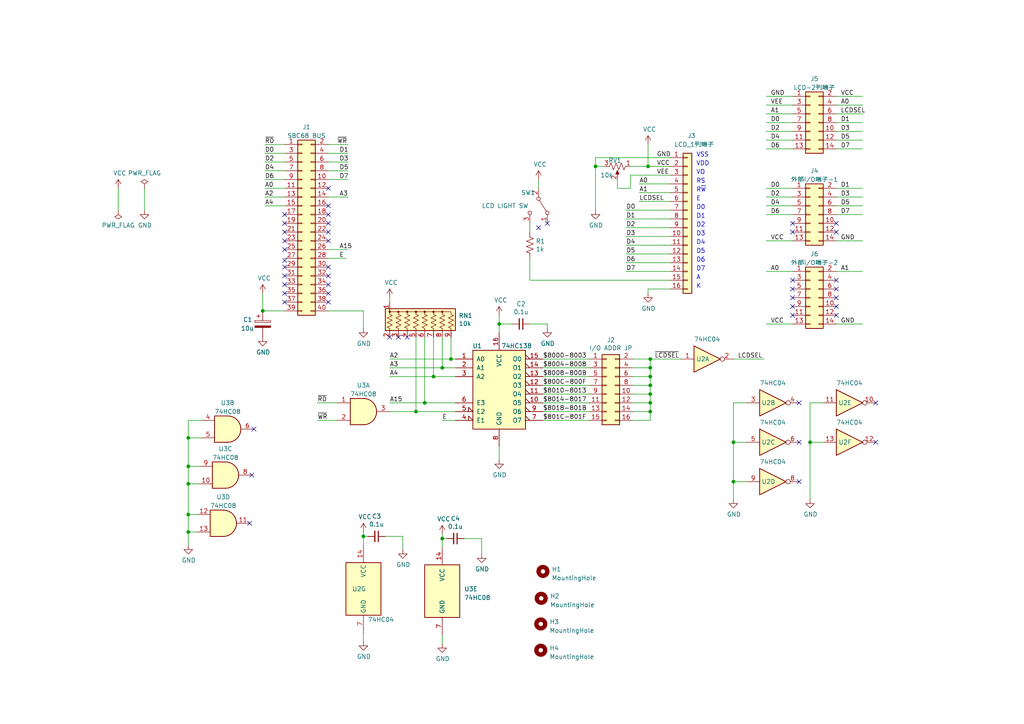
<source format=kicad_sch>
(kicad_sch (version 20230121) (generator eeschema)
  (paper "A4")
  (title_block (title "K68 LCD SC1602 BOARD") (date "2023-03-24") (rev "2") (company "KUNI-NET"))
  (lib_symbols
    (symbol "74xx:74HC04"
      (property "Reference" "U" (at 0 1.27 0))
      (property "Value" "74HC04" (at 0 -1.27 0))
      (symbol "74HC04_1_0"
        (pin input line (at -7.62 0 0) (length 3.81) (name "~") (number "1"))
        (pin output inverted (at 7.62 0 180) (length 3.81) (name "~") (number "2"))
      )
      (symbol "74HC04_2_0"
        (pin input line (at -7.62 0 0) (length 3.81) (name "~") (number "3"))
        (pin output inverted (at 7.62 0 180) (length 3.81) (name "~") (number "4"))
      )
      (symbol "74HC04_3_0"
        (pin input line (at -7.62 0 0) (length 3.81) (name "~") (number "5"))
        (pin output inverted (at 7.62 0 180) (length 3.81) (name "~") (number "6"))
      )
      (symbol "74HC04_4_0"
        (pin output inverted (at 7.62 0 180) (length 3.81) (name "~") (number "8"))
        (pin input line (at -7.62 0 0) (length 3.81) (name "~") (number "9"))
      )
      (symbol "74HC04_5_0"
        (pin output inverted (at 7.62 0 180) (length 3.81) (name "~") (number "10"))
        (pin input line (at -7.62 0 0) (length 3.81) (name "~") (number "11"))
      )
      (symbol "74HC04_6_0"
        (pin output inverted (at 7.62 0 180) (length 3.81) (name "~") (number "12"))
        (pin input line (at -7.62 0 0) (length 3.81) (name "~") (number "13"))
      )
      (symbol "74HC04_7_0"
        (pin power_in line (at 0 12.7 270) (length 5.08) (name "VCC") (number "14"))
        (pin power_in line (at 0 -12.7 90) (length 5.08) (name "GND") (number "7"))
      )
    )
    (symbol "74xx:74LS08" (pin_names (offset 1.016))
      (property "Reference" "U" (at 0 1.27 0))
      (property "Value" "74LS08" (at 0 -1.27 0))
      (symbol "74LS08_1_1"
        (pin input line (at -7.62 2.54 0) (length 3.81) (name "~") (number "1"))
        (pin input line (at -7.62 -2.54 0) (length 3.81) (name "~") (number "2"))
        (pin output line (at 7.62 0 180) (length 3.81) (name "~") (number "3"))
      )
      (symbol "74LS08_1_2"
        (pin input inverted (at -7.62 2.54 0) (length 4.318) (name "~") (number "1"))
        (pin input inverted (at -7.62 -2.54 0) (length 4.318) (name "~") (number "2"))
        (pin output inverted (at 7.62 0 180) (length 3.81) (name "~") (number "3"))
      )
      (symbol "74LS08_2_1"
        (pin input line (at -7.62 2.54 0) (length 3.81) (name "~") (number "4"))
        (pin input line (at -7.62 -2.54 0) (length 3.81) (name "~") (number "5"))
        (pin output line (at 7.62 0 180) (length 3.81) (name "~") (number "6"))
      )
      (symbol "74LS08_2_2"
        (pin input inverted (at -7.62 2.54 0) (length 4.318) (name "~") (number "4"))
        (pin input inverted (at -7.62 -2.54 0) (length 4.318) (name "~") (number "5"))
        (pin output inverted (at 7.62 0 180) (length 3.81) (name "~") (number "6"))
      )
      (symbol "74LS08_3_1"
        (pin input line (at -7.62 -2.54 0) (length 3.81) (name "~") (number "10"))
        (pin output line (at 7.62 0 180) (length 3.81) (name "~") (number "8"))
        (pin input line (at -7.62 2.54 0) (length 3.81) (name "~") (number "9"))
      )
      (symbol "74LS08_3_2"
        (pin input inverted (at -7.62 -2.54 0) (length 4.318) (name "~") (number "10"))
        (pin output inverted (at 7.62 0 180) (length 3.81) (name "~") (number "8"))
        (pin input inverted (at -7.62 2.54 0) (length 4.318) (name "~") (number "9"))
      )
      (symbol "74LS08_4_1"
        (pin output line (at 7.62 0 180) (length 3.81) (name "~") (number "11"))
        (pin input line (at -7.62 2.54 0) (length 3.81) (name "~") (number "12"))
        (pin input line (at -7.62 -2.54 0) (length 3.81) (name "~") (number "13"))
      )
      (symbol "74LS08_4_2"
        (pin output inverted (at 7.62 0 180) (length 3.81) (name "~") (number "11"))
        (pin input inverted (at -7.62 2.54 0) (length 4.318) (name "~") (number "12"))
        (pin input inverted (at -7.62 -2.54 0) (length 4.318) (name "~") (number "13"))
      )
      (symbol "74LS08_5_0"
        (pin power_in line (at 0 12.7 270) (length 5.08) (name "VCC") (number "14"))
        (pin power_in line (at 0 -12.7 90) (length 5.08) (name "GND") (number "7"))
      )
    )
    (symbol "74xx:74LS138" (pin_names (offset 1.016))
      (property "Reference" "U" (at -7.62 11.43 0))
      (property "Value" "74LS138" (at -7.62 -13.97 0))
      (symbol "74LS138_1_0"
        (pin input line (at -12.7 7.62 0) (length 5.08) (name "A0") (number "1"))
        (pin output output_low (at 12.7 -5.08 180) (length 5.08) (name "O5") (number "10"))
        (pin output output_low (at 12.7 -2.54 180) (length 5.08) (name "O4") (number "11"))
        (pin output output_low (at 12.7 0 180) (length 5.08) (name "O3") (number "12"))
        (pin output output_low (at 12.7 2.54 180) (length 5.08) (name "O2") (number "13"))
        (pin output output_low (at 12.7 5.08 180) (length 5.08) (name "O1") (number "14"))
        (pin output output_low (at 12.7 7.62 180) (length 5.08) (name "O0") (number "15"))
        (pin power_in line (at 0 15.24 270) (length 5.08) (name "VCC") (number "16"))
        (pin input line (at -12.7 5.08 0) (length 5.08) (name "A1") (number "2"))
        (pin input line (at -12.7 2.54 0) (length 5.08) (name "A2") (number "3"))
        (pin input input_low (at -12.7 -10.16 0) (length 5.08) (name "E1") (number "4"))
        (pin input input_low (at -12.7 -7.62 0) (length 5.08) (name "E2") (number "5"))
        (pin input line (at -12.7 -5.08 0) (length 5.08) (name "E3") (number "6"))
        (pin output output_low (at 12.7 -10.16 180) (length 5.08) (name "O7") (number "7"))
        (pin power_in line (at 0 -17.78 90) (length 5.08) (name "GND") (number "8"))
        (pin output output_low (at 12.7 -7.62 180) (length 5.08) (name "O6") (number "9"))
      )
    )
    (symbol "Connector_Generic:Conn_01x16" (pin_names (offset 1.016) hide)
      (property "Reference" "J" (at 0 20.32 0))
      (property "Value" "Conn_01x16" (at 0 -22.86 0))
      (symbol "Conn_01x16_1_1"
        (pin passive line (at -5.08 17.78 0) (length 3.81) (name "Pin_1") (number "1"))
        (pin passive line (at -5.08 -5.08 0) (length 3.81) (name "Pin_10") (number "10"))
        (pin passive line (at -5.08 -7.62 0) (length 3.81) (name "Pin_11") (number "11"))
        (pin passive line (at -5.08 -10.16 0) (length 3.81) (name "Pin_12") (number "12"))
        (pin passive line (at -5.08 -12.7 0) (length 3.81) (name "Pin_13") (number "13"))
        (pin passive line (at -5.08 -15.24 0) (length 3.81) (name "Pin_14") (number "14"))
        (pin passive line (at -5.08 -17.78 0) (length 3.81) (name "Pin_15") (number "15"))
        (pin passive line (at -5.08 -20.32 0) (length 3.81) (name "Pin_16") (number "16"))
        (pin passive line (at -5.08 15.24 0) (length 3.81) (name "Pin_2") (number "2"))
        (pin passive line (at -5.08 12.7 0) (length 3.81) (name "Pin_3") (number "3"))
        (pin passive line (at -5.08 10.16 0) (length 3.81) (name "Pin_4") (number "4"))
        (pin passive line (at -5.08 7.62 0) (length 3.81) (name "Pin_5") (number "5"))
        (pin passive line (at -5.08 5.08 0) (length 3.81) (name "Pin_6") (number "6"))
        (pin passive line (at -5.08 2.54 0) (length 3.81) (name "Pin_7") (number "7"))
        (pin passive line (at -5.08 0 0) (length 3.81) (name "Pin_8") (number "8"))
        (pin passive line (at -5.08 -2.54 0) (length 3.81) (name "Pin_9") (number "9"))
      )
    )
    (symbol "Connector_Generic:Conn_02x07_Odd_Even" (pin_names (offset 1.016) hide)
      (property "Reference" "J" (at 1.27 10.16 0))
      (property "Value" "Conn_02x07_Odd_Even" (at 1.27 -10.16 0))
      (symbol "Conn_02x07_Odd_Even_1_1"
        (pin passive line (at -5.08 7.62 0) (length 3.81) (name "Pin_1") (number "1"))
        (pin passive line (at 7.62 -2.54 180) (length 3.81) (name "Pin_10") (number "10"))
        (pin passive line (at -5.08 -5.08 0) (length 3.81) (name "Pin_11") (number "11"))
        (pin passive line (at 7.62 -5.08 180) (length 3.81) (name "Pin_12") (number "12"))
        (pin passive line (at -5.08 -7.62 0) (length 3.81) (name "Pin_13") (number "13"))
        (pin passive line (at 7.62 -7.62 180) (length 3.81) (name "Pin_14") (number "14"))
        (pin passive line (at 7.62 7.62 180) (length 3.81) (name "Pin_2") (number "2"))
        (pin passive line (at -5.08 5.08 0) (length 3.81) (name "Pin_3") (number "3"))
        (pin passive line (at 7.62 5.08 180) (length 3.81) (name "Pin_4") (number "4"))
        (pin passive line (at -5.08 2.54 0) (length 3.81) (name "Pin_5") (number "5"))
        (pin passive line (at 7.62 2.54 180) (length 3.81) (name "Pin_6") (number "6"))
        (pin passive line (at -5.08 0 0) (length 3.81) (name "Pin_7") (number "7"))
        (pin passive line (at 7.62 0 180) (length 3.81) (name "Pin_8") (number "8"))
        (pin passive line (at -5.08 -2.54 0) (length 3.81) (name "Pin_9") (number "9"))
      )
    )
    (symbol "Connector_Generic:Conn_02x08_Odd_Even" (pin_names (offset 1.016) hide)
      (property "Reference" "J" (at 1.27 10.16 0))
      (property "Value" "Conn_02x08_Odd_Even" (at 1.27 -12.7 0))
      (symbol "Conn_02x08_Odd_Even_1_1"
        (pin passive line (at -5.08 7.62 0) (length 3.81) (name "Pin_1") (number "1"))
        (pin passive line (at 7.62 -2.54 180) (length 3.81) (name "Pin_10") (number "10"))
        (pin passive line (at -5.08 -5.08 0) (length 3.81) (name "Pin_11") (number "11"))
        (pin passive line (at 7.62 -5.08 180) (length 3.81) (name "Pin_12") (number "12"))
        (pin passive line (at -5.08 -7.62 0) (length 3.81) (name "Pin_13") (number "13"))
        (pin passive line (at 7.62 -7.62 180) (length 3.81) (name "Pin_14") (number "14"))
        (pin passive line (at -5.08 -10.16 0) (length 3.81) (name "Pin_15") (number "15"))
        (pin passive line (at 7.62 -10.16 180) (length 3.81) (name "Pin_16") (number "16"))
        (pin passive line (at 7.62 7.62 180) (length 3.81) (name "Pin_2") (number "2"))
        (pin passive line (at -5.08 5.08 0) (length 3.81) (name "Pin_3") (number "3"))
        (pin passive line (at 7.62 5.08 180) (length 3.81) (name "Pin_4") (number "4"))
        (pin passive line (at -5.08 2.54 0) (length 3.81) (name "Pin_5") (number "5"))
        (pin passive line (at 7.62 2.54 180) (length 3.81) (name "Pin_6") (number "6"))
        (pin passive line (at -5.08 0 0) (length 3.81) (name "Pin_7") (number "7"))
        (pin passive line (at 7.62 0 180) (length 3.81) (name "Pin_8") (number "8"))
        (pin passive line (at -5.08 -2.54 0) (length 3.81) (name "Pin_9") (number "9"))
      )
    )
    (symbol "Connector_Generic:Conn_02x20_Odd_Even" (pin_names (offset 1.016) hide)
      (property "Reference" "J" (at 1.27 25.4 0))
      (property "Value" "Conn_02x20_Odd_Even" (at 1.27 -27.94 0))
      (symbol "Conn_02x20_Odd_Even_1_1"
        (pin passive line (at -5.08 22.86 0) (length 3.81) (name "Pin_1") (number "1"))
        (pin passive line (at 7.62 12.7 180) (length 3.81) (name "Pin_10") (number "10"))
        (pin passive line (at -5.08 10.16 0) (length 3.81) (name "Pin_11") (number "11"))
        (pin passive line (at 7.62 10.16 180) (length 3.81) (name "Pin_12") (number "12"))
        (pin passive line (at -5.08 7.62 0) (length 3.81) (name "Pin_13") (number "13"))
        (pin passive line (at 7.62 7.62 180) (length 3.81) (name "Pin_14") (number "14"))
        (pin passive line (at -5.08 5.08 0) (length 3.81) (name "Pin_15") (number "15"))
        (pin passive line (at 7.62 5.08 180) (length 3.81) (name "Pin_16") (number "16"))
        (pin passive line (at -5.08 2.54 0) (length 3.81) (name "Pin_17") (number "17"))
        (pin passive line (at 7.62 2.54 180) (length 3.81) (name "Pin_18") (number "18"))
        (pin passive line (at -5.08 0 0) (length 3.81) (name "Pin_19") (number "19"))
        (pin passive line (at 7.62 22.86 180) (length 3.81) (name "Pin_2") (number "2"))
        (pin passive line (at 7.62 0 180) (length 3.81) (name "Pin_20") (number "20"))
        (pin passive line (at -5.08 -2.54 0) (length 3.81) (name "Pin_21") (number "21"))
        (pin passive line (at 7.62 -2.54 180) (length 3.81) (name "Pin_22") (number "22"))
        (pin passive line (at -5.08 -5.08 0) (length 3.81) (name "Pin_23") (number "23"))
        (pin passive line (at 7.62 -5.08 180) (length 3.81) (name "Pin_24") (number "24"))
        (pin passive line (at -5.08 -7.62 0) (length 3.81) (name "Pin_25") (number "25"))
        (pin passive line (at 7.62 -7.62 180) (length 3.81) (name "Pin_26") (number "26"))
        (pin passive line (at -5.08 -10.16 0) (length 3.81) (name "Pin_27") (number "27"))
        (pin passive line (at 7.62 -10.16 180) (length 3.81) (name "Pin_28") (number "28"))
        (pin passive line (at -5.08 -12.7 0) (length 3.81) (name "Pin_29") (number "29"))
        (pin passive line (at -5.08 20.32 0) (length 3.81) (name "Pin_3") (number "3"))
        (pin passive line (at 7.62 -12.7 180) (length 3.81) (name "Pin_30") (number "30"))
        (pin passive line (at -5.08 -15.24 0) (length 3.81) (name "Pin_31") (number "31"))
        (pin passive line (at 7.62 -15.24 180) (length 3.81) (name "Pin_32") (number "32"))
        (pin passive line (at -5.08 -17.78 0) (length 3.81) (name "Pin_33") (number "33"))
        (pin passive line (at 7.62 -17.78 180) (length 3.81) (name "Pin_34") (number "34"))
        (pin passive line (at -5.08 -20.32 0) (length 3.81) (name "Pin_35") (number "35"))
        (pin passive line (at 7.62 -20.32 180) (length 3.81) (name "Pin_36") (number "36"))
        (pin passive line (at -5.08 -22.86 0) (length 3.81) (name "Pin_37") (number "37"))
        (pin passive line (at 7.62 -22.86 180) (length 3.81) (name "Pin_38") (number "38"))
        (pin passive line (at -5.08 -25.4 0) (length 3.81) (name "Pin_39") (number "39"))
        (pin passive line (at 7.62 20.32 180) (length 3.81) (name "Pin_4") (number "4"))
        (pin passive line (at 7.62 -25.4 180) (length 3.81) (name "Pin_40") (number "40"))
        (pin passive line (at -5.08 17.78 0) (length 3.81) (name "Pin_5") (number "5"))
        (pin passive line (at 7.62 17.78 180) (length 3.81) (name "Pin_6") (number "6"))
        (pin passive line (at -5.08 15.24 0) (length 3.81) (name "Pin_7") (number "7"))
        (pin passive line (at 7.62 15.24 180) (length 3.81) (name "Pin_8") (number "8"))
        (pin passive line (at -5.08 12.7 0) (length 3.81) (name "Pin_9") (number "9"))
      )
    )
    (symbol "Device:C_Small" (pin_numbers hide) (pin_names (offset 0.254) hide)
      (property "Reference" "C" (at 0.254 1.778 0))
      (property "Value" "C_Small" (at 0.254 -2.032 0))
      (symbol "C_Small_1_1"
        (pin passive line (at 0 2.54 270) (length 2.032) (name "~") (number "1"))
        (pin passive line (at 0 -2.54 90) (length 2.032) (name "~") (number "2"))
      )
    )
    (symbol "Device:R_Network08_US" (pin_names (offset 0) hide)
      (property "Reference" "RN" (at -12.7 0 90))
      (property "Value" "R_Network08_US" (at 10.16 0 90))
      (symbol "R_Network08_US_1_1"
        (pin passive line (at -10.16 5.08 270) (length 2.54) (name "common") (number "1"))
        (pin passive line (at -10.16 -5.08 90) (length 1.27) (name "R1") (number "2"))
        (pin passive line (at -7.62 -5.08 90) (length 1.27) (name "R2") (number "3"))
        (pin passive line (at -5.08 -5.08 90) (length 1.27) (name "R3") (number "4"))
        (pin passive line (at -2.54 -5.08 90) (length 1.27) (name "R4") (number "5"))
        (pin passive line (at 0 -5.08 90) (length 1.27) (name "R5") (number "6"))
        (pin passive line (at 2.54 -5.08 90) (length 1.27) (name "R6") (number "7"))
        (pin passive line (at 5.08 -5.08 90) (length 1.27) (name "R7") (number "8"))
        (pin passive line (at 7.62 -5.08 90) (length 1.27) (name "R8") (number "9"))
      )
    )
    (symbol "Device:R_US" (pin_numbers hide) (pin_names (offset 0))
      (property "Reference" "R" (at 2.54 0 90))
      (property "Value" "R_US" (at -2.54 0 90))
      (symbol "R_US_1_1"
        (pin passive line (at 0 3.81 270) (length 1.27) (name "~") (number "1"))
        (pin passive line (at 0 -3.81 90) (length 1.27) (name "~") (number "2"))
      )
    )
    (symbol "Mechanical:MountingHole" (pin_names (offset 1.016))
      (property "Reference" "H" (at 0 5.08 0))
      (property "Value" "MountingHole" (at 0 3.175 0))
    )
    (symbol "PC8001-SC1602-rescue:CP-Device" (pin_numbers hide) (pin_names (offset 0.254))
      (property "Reference" "C" (at 0.635 2.54 0))
      (property "Value" "Device_CP" (at 0.635 -2.54 0))
      (symbol "CP-Device_1_1"
        (pin passive line (at 0 3.81 270) (length 2.794) (name "~") (number "1"))
        (pin passive line (at 0 -3.81 90) (length 2.794) (name "~") (number "2"))
      )
    )
    (symbol "PC8001-SC1602-rescue:R_POT_US-Device" (pin_names (offset 1.016) hide)
      (property "Reference" "RV" (at -4.445 0 90))
      (property "Value" "Device_R_POT_US" (at -2.54 0 90))
      (symbol "R_POT_US-Device_1_1"
        (pin passive line (at 0 3.81 270) (length 1.27) (name "1") (number "1"))
        (pin passive line (at 3.81 0 180) (length 1.27) (name "2") (number "2"))
        (pin passive line (at 0 -3.81 90) (length 1.27) (name "3") (number "3"))
      )
    )
    (symbol "Switch:SW_SPDT" (pin_names (offset 0) hide)
      (property "Reference" "SW" (at 0 4.318 0))
      (property "Value" "SW_SPDT" (at 0 -5.08 0))
      (symbol "SW_SPDT_1_1"
        (pin passive line (at 5.08 2.54 180) (length 2.54) (name "A") (number "1"))
        (pin passive line (at -5.08 0 0) (length 2.54) (name "B") (number "2"))
        (pin passive line (at 5.08 -2.54 180) (length 2.54) (name "C") (number "3"))
      )
    )
    (symbol "power:GND" (power) (pin_names (offset 0))
      (property "Value" "GND" (at 0 -3.81 0))
      (symbol "GND_1_1"
        (pin power_in line (at 0 0 270) (length 0) hide (name "GND") (number "1"))
      )
    )
    (symbol "power:PWR_FLAG" (power) (pin_numbers hide) (pin_names (offset 0) hide)
      (property "Value" "PWR_FLAG" (at 0 3.81 0))
      (symbol "PWR_FLAG_0_0"
        (pin power_out line (at 0 0 90) (length 0) (name "pwr") (number "1"))
      )
    )
    (symbol "power:VCC" (power) (pin_names (offset 0))
      (property "Value" "VCC" (at 0 3.81 0))
      (symbol "VCC_1_1"
        (pin power_in line (at 0 0 90) (length 0) hide (name "VCC") (number "1"))
      )
    )
  )
  (junction (at 54.61 154.305))
  (junction (at 188.595 104.14))
  (junction (at 188.595 114.3))
  (junction (at 105.41 155.575))
  (junction (at 54.61 135.255))
  (junction (at 187.96 48.26))
  (junction (at 128.27 106.68))
  (junction (at 123.19 116.84))
  (junction (at 130.81 104.14))
  (junction (at 234.95 128.27))
  (junction (at 54.61 149.225))
  (junction (at 54.61 127))
  (junction (at 188.595 116.84))
  (junction (at 76.2 90.17))
  (junction (at 212.725 139.7))
  (junction (at 188.595 109.22))
  (junction (at 128.27 156.21))
  (junction (at 120.65 119.38))
  (junction (at 212.725 128.27))
  (junction (at 54.61 140.335))
  (junction (at 172.72 48.26))
  (junction (at 144.78 93.98))
  (junction (at 188.595 106.68))
  (junction (at 188.595 111.76))
  (junction (at 125.73 109.22))
  (junction (at 188.595 119.38))
  (no_connect (at 242.57 64.77))
  (no_connect (at 95.25 85.09))
  (no_connect (at 242.57 86.36))
  (no_connect (at 254 128.27))
  (no_connect (at 254 116.84))
  (no_connect (at 229.87 86.36))
  (no_connect (at 95.25 62.23))
  (no_connect (at 229.87 67.31))
  (no_connect (at 242.57 88.9))
  (no_connect (at 231.775 128.27))
  (no_connect (at 118.11 97.79))
  (no_connect (at 158.75 64.77))
  (no_connect (at 242.57 91.44))
  (no_connect (at 72.39 151.765))
  (no_connect (at 82.55 62.23))
  (no_connect (at 229.87 91.44))
  (no_connect (at 242.57 67.31))
  (no_connect (at 95.25 67.31))
  (no_connect (at 231.775 116.84))
  (no_connect (at 82.55 75.565))
  (no_connect (at 82.55 69.85))
  (no_connect (at 229.87 64.77))
  (no_connect (at 95.25 87.63))
  (no_connect (at 229.87 83.82))
  (no_connect (at 156.21 66.04))
  (no_connect (at 115.57 97.79))
  (no_connect (at 231.775 139.7))
  (no_connect (at 82.55 80.01))
  (no_connect (at 82.55 67.31))
  (no_connect (at 95.25 64.77))
  (no_connect (at 229.87 81.28))
  (no_connect (at 82.55 87.63))
  (no_connect (at 95.25 54.61))
  (no_connect (at 82.55 85.09))
  (no_connect (at 82.55 77.47))
  (no_connect (at 73.025 137.795))
  (no_connect (at 82.55 64.77))
  (no_connect (at 82.55 82.55))
  (no_connect (at 82.55 72.39))
  (no_connect (at 113.03 97.79))
  (no_connect (at 95.25 59.69))
  (no_connect (at 95.25 69.85))
  (no_connect (at 73.66 124.46))
  (no_connect (at 242.57 83.82))
  (no_connect (at 95.25 82.55))
  (no_connect (at 95.25 77.47))
  (no_connect (at 242.57 81.28))
  (no_connect (at 95.25 80.01))
  (no_connect (at 229.87 88.9))
  (wire (pts (xy 182.88 48.26) (xy 187.96 48.26)))
  (wire (pts (xy 187.96 41.91) (xy 187.96 48.26)))
  (wire (pts (xy 242.57 62.23) (xy 250.19 62.23)))
  (wire (pts (xy 234.95 116.84) (xy 238.76 116.84)))
  (wire (pts (xy 95.25 44.45) (xy 100.965 44.45)))
  (wire (pts (xy 188.595 104.14) (xy 197.485 104.14)))
  (wire (pts (xy 76.835 54.61) (xy 82.55 54.61)))
  (wire (pts (xy 76.835 49.53) (xy 82.55 49.53)))
  (wire (pts (xy 188.595 111.76) (xy 188.595 114.3)))
  (wire (pts (xy 182.88 50.8) (xy 194.31 50.8)))
  (wire (pts (xy 172.72 48.26) (xy 172.72 45.72)))
  (wire (pts (xy 242.57 40.64) (xy 250.19 40.64)))
  (wire (pts (xy 212.725 116.84) (xy 212.725 128.27)))
  (wire (pts (xy 183.515 119.38) (xy 188.595 119.38)))
  (wire (pts (xy 157.48 114.3) (xy 170.815 114.3)))
  (wire (pts (xy 113.03 106.68) (xy 128.27 106.68)))
  (wire (pts (xy 95.25 72.39) (xy 100.965 72.39)))
  (wire (pts (xy 181.61 73.66) (xy 194.31 73.66)))
  (wire (pts (xy 222.25 30.48) (xy 229.87 30.48)))
  (wire (pts (xy 242.57 69.85) (xy 250.19 69.85)))
  (wire (pts (xy 222.25 93.98) (xy 229.87 93.98)))
  (wire (pts (xy 128.27 121.92) (xy 132.08 121.92)))
  (wire (pts (xy 34.29 54.61) (xy 34.29 60.96)))
  (wire (pts (xy 188.595 114.3) (xy 188.595 116.84)))
  (wire (pts (xy 222.25 38.1) (xy 229.87 38.1)))
  (wire (pts (xy 92.075 116.84) (xy 97.79 116.84)))
  (wire (pts (xy 172.72 48.26) (xy 172.72 60.96)))
  (wire (pts (xy 120.65 119.38) (xy 132.08 119.38)))
  (wire (pts (xy 222.25 62.23) (xy 229.87 62.23)))
  (wire (pts (xy 92.075 121.92) (xy 97.79 121.92)))
  (wire (pts (xy 41.91 54.61) (xy 41.91 60.96)))
  (wire (pts (xy 188.595 116.84) (xy 188.595 119.38)))
  (wire (pts (xy 242.57 33.02) (xy 250.19 33.02)))
  (wire (pts (xy 188.595 109.22) (xy 188.595 111.76)))
  (wire (pts (xy 128.27 158.75) (xy 128.27 156.21)))
  (wire (pts (xy 113.03 109.22) (xy 125.73 109.22)))
  (wire (pts (xy 105.41 158.115) (xy 105.41 155.575)))
  (wire (pts (xy 125.73 97.79) (xy 125.73 109.22)))
  (wire (pts (xy 188.595 104.14) (xy 188.595 106.68)))
  (wire (pts (xy 125.73 109.22) (xy 132.08 109.22)))
  (wire (pts (xy 234.95 128.27) (xy 234.95 144.78)))
  (wire (pts (xy 185.42 55.88) (xy 194.31 55.88)))
  (wire (pts (xy 222.25 59.69) (xy 229.87 59.69)))
  (wire (pts (xy 185.42 53.34) (xy 194.31 53.34)))
  (wire (pts (xy 242.57 93.98) (xy 250.19 93.98)))
  (wire (pts (xy 134.62 156.21) (xy 139.7 156.21)))
  (wire (pts (xy 183.515 114.3) (xy 188.595 114.3)))
  (wire (pts (xy 181.61 60.96) (xy 194.31 60.96)))
  (wire (pts (xy 182.88 54.61) (xy 182.88 50.8)))
  (wire (pts (xy 183.515 116.84) (xy 188.595 116.84)))
  (wire (pts (xy 181.61 68.58) (xy 194.31 68.58)))
  (wire (pts (xy 128.27 97.79) (xy 128.27 106.68)))
  (wire (pts (xy 128.27 106.68) (xy 132.08 106.68)))
  (wire (pts (xy 95.25 90.17) (xy 105.41 90.17)))
  (wire (pts (xy 187.96 85.09) (xy 187.96 83.82)))
  (wire (pts (xy 54.61 135.255) (xy 57.785 135.255)))
  (wire (pts (xy 157.48 119.38) (xy 170.815 119.38)))
  (wire (pts (xy 95.25 49.53) (xy 100.965 49.53)))
  (wire (pts (xy 54.61 127) (xy 58.42 127)))
  (wire (pts (xy 54.61 154.305) (xy 57.15 154.305)))
  (wire (pts (xy 95.25 52.07) (xy 100.965 52.07)))
  (wire (pts (xy 212.725 128.27) (xy 212.725 139.7)))
  (wire (pts (xy 123.19 116.84) (xy 132.08 116.84)))
  (wire (pts (xy 222.25 57.15) (xy 229.87 57.15)))
  (wire (pts (xy 54.61 135.255) (xy 54.61 127)))
  (wire (pts (xy 95.25 41.91) (xy 100.965 41.91)))
  (wire (pts (xy 76.835 59.69) (xy 82.55 59.69)))
  (wire (pts (xy 54.61 149.225) (xy 57.15 149.225)))
  (wire (pts (xy 222.25 78.74) (xy 229.87 78.74)))
  (wire (pts (xy 179.07 54.61) (xy 182.88 54.61)))
  (wire (pts (xy 54.61 140.335) (xy 54.61 135.255)))
  (wire (pts (xy 153.67 74.93) (xy 153.67 81.28)))
  (wire (pts (xy 242.57 54.61) (xy 250.19 54.61)))
  (wire (pts (xy 76.835 46.99) (xy 82.55 46.99)))
  (wire (pts (xy 95.25 46.99) (xy 100.965 46.99)))
  (wire (pts (xy 153.67 64.77) (xy 153.67 67.31)))
  (wire (pts (xy 130.81 104.14) (xy 132.08 104.14)))
  (wire (pts (xy 181.61 66.04) (xy 194.31 66.04)))
  (wire (pts (xy 212.725 128.27) (xy 216.535 128.27)))
  (wire (pts (xy 183.515 111.76) (xy 188.595 111.76)))
  (wire (pts (xy 54.61 121.92) (xy 58.42 121.92)))
  (wire (pts (xy 128.27 156.21) (xy 129.54 156.21)))
  (wire (pts (xy 95.25 57.15) (xy 100.965 57.15)))
  (wire (pts (xy 183.515 109.22) (xy 188.595 109.22)))
  (wire (pts (xy 113.03 104.14) (xy 130.81 104.14)))
  (wire (pts (xy 95.25 74.93) (xy 100.33 74.93)))
  (wire (pts (xy 76.835 52.07) (xy 82.55 52.07)))
  (wire (pts (xy 222.25 54.61) (xy 229.87 54.61)))
  (wire (pts (xy 156.21 52.07) (xy 156.21 54.61)))
  (wire (pts (xy 188.595 119.38) (xy 188.595 121.92)))
  (wire (pts (xy 76.835 44.45) (xy 82.55 44.45)))
  (wire (pts (xy 153.67 81.28) (xy 194.31 81.28)))
  (wire (pts (xy 188.595 106.68) (xy 188.595 109.22)))
  (wire (pts (xy 54.61 140.335) (xy 57.785 140.335)))
  (wire (pts (xy 234.95 128.27) (xy 238.76 128.27)))
  (wire (pts (xy 185.42 58.42) (xy 194.31 58.42)))
  (wire (pts (xy 242.57 38.1) (xy 250.19 38.1)))
  (wire (pts (xy 105.41 183.515) (xy 105.41 186.055)))
  (wire (pts (xy 234.95 116.84) (xy 234.95 128.27)))
  (wire (pts (xy 172.72 45.72) (xy 194.31 45.72)))
  (wire (pts (xy 183.515 106.68) (xy 188.595 106.68)))
  (wire (pts (xy 181.61 63.5) (xy 194.31 63.5)))
  (wire (pts (xy 157.48 106.68) (xy 170.815 106.68)))
  (wire (pts (xy 113.03 116.84) (xy 123.19 116.84)))
  (wire (pts (xy 54.61 127) (xy 54.61 121.92)))
  (wire (pts (xy 157.48 111.76) (xy 170.815 111.76)))
  (wire (pts (xy 120.65 97.79) (xy 120.65 119.38)))
  (wire (pts (xy 181.61 71.12) (xy 194.31 71.12)))
  (wire (pts (xy 158.75 93.98) (xy 158.75 95.25)))
  (wire (pts (xy 222.25 35.56) (xy 229.87 35.56)))
  (wire (pts (xy 222.25 27.94) (xy 229.87 27.94)))
  (wire (pts (xy 76.835 57.15) (xy 82.55 57.15)))
  (wire (pts (xy 54.61 154.305) (xy 54.61 149.225)))
  (wire (pts (xy 187.96 83.82) (xy 194.31 83.82)))
  (wire (pts (xy 144.78 129.54) (xy 144.78 133.35)))
  (wire (pts (xy 54.61 149.225) (xy 54.61 140.335)))
  (wire (pts (xy 157.48 116.84) (xy 170.815 116.84)))
  (wire (pts (xy 157.48 104.14) (xy 170.815 104.14)))
  (wire (pts (xy 242.57 78.74) (xy 250.19 78.74)))
  (wire (pts (xy 111.76 155.575) (xy 116.84 155.575)))
  (wire (pts (xy 128.27 154.94) (xy 128.27 156.21)))
  (wire (pts (xy 242.57 27.94) (xy 250.19 27.94)))
  (wire (pts (xy 212.725 116.84) (xy 216.535 116.84)))
  (wire (pts (xy 139.7 156.21) (xy 139.7 160.655)))
  (wire (pts (xy 222.25 43.18) (xy 229.87 43.18)))
  (wire (pts (xy 153.67 93.98) (xy 158.75 93.98)))
  (wire (pts (xy 188.595 121.92) (xy 183.515 121.92)))
  (wire (pts (xy 144.78 93.98) (xy 148.59 93.98)))
  (wire (pts (xy 113.03 86.36) (xy 113.03 87.63)))
  (wire (pts (xy 222.25 40.64) (xy 229.87 40.64)))
  (wire (pts (xy 157.48 121.92) (xy 170.815 121.92)))
  (wire (pts (xy 212.725 139.7) (xy 212.725 144.78)))
  (wire (pts (xy 187.96 48.26) (xy 194.31 48.26)))
  (wire (pts (xy 105.41 154.305) (xy 105.41 155.575)))
  (wire (pts (xy 113.03 119.38) (xy 120.65 119.38)))
  (wire (pts (xy 212.725 139.7) (xy 216.535 139.7)))
  (wire (pts (xy 105.41 155.575) (xy 106.68 155.575)))
  (wire (pts (xy 179.07 52.07) (xy 179.07 54.61)))
  (wire (pts (xy 130.81 97.79) (xy 130.81 104.14)))
  (wire (pts (xy 181.61 78.74) (xy 194.31 78.74)))
  (wire (pts (xy 212.725 104.14) (xy 221.615 104.14)))
  (wire (pts (xy 242.57 59.69) (xy 250.19 59.69)))
  (wire (pts (xy 242.57 35.56) (xy 250.19 35.56)))
  (wire (pts (xy 144.78 93.98) (xy 144.78 96.52)))
  (wire (pts (xy 123.19 97.79) (xy 123.19 116.84)))
  (wire (pts (xy 128.27 184.15) (xy 128.27 186.69)))
  (wire (pts (xy 181.61 76.2) (xy 194.31 76.2)))
  (wire (pts (xy 54.61 158.115) (xy 54.61 154.305)))
  (wire (pts (xy 157.48 109.22) (xy 170.815 109.22)))
  (wire (pts (xy 242.57 43.18) (xy 250.19 43.18)))
  (wire (pts (xy 76.2 85.09) (xy 76.2 90.17)))
  (wire (pts (xy 175.26 48.26) (xy 172.72 48.26)))
  (wire (pts (xy 242.57 57.15) (xy 250.19 57.15)))
  (wire (pts (xy 76.835 41.91) (xy 82.55 41.91)))
  (wire (pts (xy 105.41 90.17) (xy 105.41 95.25)))
  (wire (pts (xy 76.2 90.17) (xy 82.55 90.17)))
  (wire (pts (xy 222.25 33.02) (xy 229.87 33.02)))
  (wire (pts (xy 144.78 91.44) (xy 144.78 93.98)))
  (wire (pts (xy 116.84 155.575) (xy 116.84 159.385)))
  (wire (pts (xy 183.515 104.14) (xy 188.595 104.14)))
  (wire (pts (xy 242.57 30.48) (xy 250.19 30.48)))
  (wire (pts (xy 222.25 69.85) (xy 229.87 69.85)))
  (text "D1" (at 201.93 63.5 0) (effects (font (size 1.27 1.27)) (justify left bottom)))
  (text "RS" (at 201.93 53.34 0) (effects (font (size 1.27 1.27)) (justify left bottom)))
  (text "D5" (at 201.93 73.66 0) (effects (font (size 1.27 1.27)) (justify left bottom)))
  (text "D2" (at 201.93 66.04 0) (effects (font (size 1.27 1.27)) (justify left bottom)))
  (text "A" (at 201.93 81.28 0) (effects (font (size 1.27 1.27)) (justify left bottom)))
  (text "VSS" (at 201.93 45.72 0) (effects (font (size 1.27 1.27)) (justify left bottom)))
  (text "D3" (at 201.93 68.58 0) (effects (font (size 1.27 1.27)) (justify left bottom)))
  (text "VO" (at 201.93 50.8 0) (effects (font (size 1.27 1.27)) (justify left bottom)))
  (text "D6" (at 201.93 76.2 0) (effects (font (size 1.27 1.27)) (justify left bottom)))
  (text "K" (at 201.93 83.82 0) (effects (font (size 1.27 1.27)) (justify left bottom)))
  (text "VDD" (at 201.93 48.26 0) (effects (font (size 1.27 1.27)) (justify left bottom)))
  (text "D4" (at 201.93 71.12 0) (effects (font (size 1.27 1.27)) (justify left bottom)))
  (text "D7" (at 201.93 78.74 0) (effects (font (size 1.27 1.27)) (justify left bottom)))
  (text "R~{W}" (at 201.93 55.88 0) (effects (font (size 1.27 1.27)) (justify left bottom)))
  (text "E" (at 201.93 58.42 0) (effects (font (size 1.27 1.27)) (justify left bottom)))
  (text "D0" (at 201.93 60.96 0) (effects (font (size 1.27 1.27)) (justify left bottom)))
  (label "D1" (at 243.84 35.56 0))
  (label "~{LCDSEL}" (at 189.865 104.14 0))
  (label "D6" (at 181.61 76.2 0))
  (label "D7" (at 243.84 43.18 0))
  (label "D3" (at 181.61 68.58 0))
  (label "D4" (at 223.52 59.69 0))
  (label "D1" (at 98.425 44.45 0))
  (label "~{WR}" (at 92.075 121.92 0))
  (label "A0" (at 185.42 53.34 0))
  (label "D5" (at 98.425 49.53 0))
  (label "VEE" (at 223.52 30.48 0))
  (label "A15" (at 98.425 72.39 0))
  (label "A0" (at 223.52 78.74 0))
  (label "$800C-800F" (at 157.48 111.76 0))
  (label "VCC" (at 190.5 48.26 0))
  (label "D2" (at 181.61 66.04 0))
  (label "VCC" (at 243.84 27.94 0))
  (label "D6" (at 223.52 62.23 0))
  (label "~{RD}" (at 76.835 41.91 0))
  (label "D6" (at 76.835 52.07 0))
  (label "D2" (at 76.835 46.99 0))
  (label "LCDSEL" (at 213.995 104.14 0))
  (label "LCDSEL" (at 185.42 58.42 0))
  (label "E" (at 128.27 121.92 0))
  (label "A1" (at 185.42 55.88 0))
  (label "D5" (at 243.84 40.64 0))
  (label "D3" (at 98.425 46.99 0))
  (label "A0" (at 243.84 30.48 0))
  (label "D2" (at 223.52 57.15 0))
  (label "GND" (at 243.84 93.98 0))
  (label "$8014-8017" (at 157.48 116.84 0))
  (label "D4" (at 181.61 71.12 0))
  (label "A1" (at 223.52 33.02 0))
  (label "D0" (at 223.52 54.61 0))
  (label "D5" (at 243.84 59.69 0))
  (label "A2" (at 76.835 57.15 0))
  (label "A1" (at 243.84 78.74 0))
  (label "D1" (at 181.61 63.5 0))
  (label "$8018-801B" (at 157.48 119.38 0))
  (label "LCDSEL" (at 243.84 33.02 0))
  (label "A4" (at 113.03 109.22 0))
  (label "GND" (at 223.52 27.94 0))
  (label "A4" (at 76.835 59.69 0))
  (label "D0" (at 223.52 35.56 0))
  (label "D2" (at 223.52 38.1 0))
  (label "D6" (at 223.52 43.18 0))
  (label "D1" (at 243.84 54.61 0))
  (label "GND" (at 190.5 45.72 0))
  (label "VEE" (at 190.5 50.8 0))
  (label "$8000-8003" (at 157.48 104.14 0))
  (label "$8008-800B" (at 157.48 109.22 0))
  (label "A3" (at 98.425 57.15 0))
  (label "D4" (at 76.835 49.53 0))
  (label "GND" (at 243.84 69.85 0))
  (label "$8010-8013" (at 157.48 114.3 0))
  (label "~{WR}" (at 97.79 41.91 0))
  (label "$8004-8008" (at 157.48 106.68 0))
  (label "A0" (at 76.835 54.61 0))
  (label "A2" (at 113.03 104.14 0))
  (label "VCC" (at 223.52 93.98 0))
  (label "VCC" (at 223.52 69.85 0))
  (label "D7" (at 98.425 52.07 0))
  (label "D7" (at 181.61 78.74 0))
  (label "~{RD}" (at 92.075 116.84 0))
  (label "D0" (at 76.835 44.45 0))
  (label "D7" (at 243.84 62.23 0))
  (label "A15" (at 113.03 116.84 0))
  (label "D4" (at 223.52 40.64 0))
  (label "D0" (at 181.61 60.96 0))
  (label "A3" (at 113.03 106.68 0))
  (label "D3" (at 243.84 57.15 0))
  (label "E" (at 98.425 74.93 0))
  (label "$801C-801F" (at 157.48 121.92 0))
  (label "D5" (at 181.61 73.66 0))
  (label "D3" (at 243.84 38.1 0))
  (symbol (lib_id "power:VCC") (at 34.29 54.61 0) (unit 1)
    (property "Reference" "#PWR01" (effects hide))
    (property "Value" "VCC" (at 34.7218 50.2158 0))
  )
  (symbol (lib_id "power:GND") (at 41.91 60.96 0) (unit 1)
    (property "Reference" "#PWR02" (effects hide))
    (property "Value" "GND" (at 42.037 65.3542 0))
  )
  (symbol (lib_id "power:PWR_FLAG") (at 41.91 54.61 0) (unit 1)
    (property "Reference" "#FLG02" (effects hide))
    (property "Value" "PWR_FLAG" (at 41.91 50.2158 0))
  )
  (symbol (lib_id "power:PWR_FLAG") (at 34.29 60.96 180) (unit 1)
    (property "Reference" "#FLG01" (effects hide))
    (property "Value" "PWR_FLAG" (at 34.29 65.3542 0))
  )
  (symbol (lib_id "power:VCC") (at 76.2 85.09 0) (unit 1)
    (property "Reference" "#PWR03" (effects hide))
    (property "Value" "VCC" (at 76.6318 80.6958 0))
  )
  (symbol (lib_id "74xx:74HC04") (at 205.105 104.14 0) (unit 1)
    (property "Reference" "U2" (at 203.835 104.14 0))
    (property "Value" "74HC04" (at 205.105 98.3996 0))
    (property "Footprint" "Package_DIP:DIP-14_W7.62mm_Socket" (effects hide))
    (property "Datasheet" "https://assets.nexperia.com/documents/data-sheet/74HC_HCT04.pdf" (effects hide))
  )
  (symbol (lib_id "74xx:74HC04") (at 224.155 116.84 0) (unit 2)
    (property "Reference" "U2" (at 222.885 116.84 0))
    (property "Value" "74HC04" (at 224.155 111.0996 0))
    (property "Footprint" "Package_DIP:DIP-14_W7.62mm_Socket" (effects hide))
    (property "Datasheet" "https://assets.nexperia.com/documents/data-sheet/74HC_HCT04.pdf" (effects hide))
  )
  (symbol (lib_id "74xx:74HC04") (at 224.155 128.27 0) (unit 3)
    (property "Reference" "U2" (at 222.885 128.27 0))
    (property "Value" "74HC04" (at 224.155 122.5296 0))
    (property "Footprint" "Package_DIP:DIP-14_W7.62mm_Socket" (effects hide))
    (property "Datasheet" "https://assets.nexperia.com/documents/data-sheet/74HC_HCT04.pdf" (effects hide))
  )
  (symbol (lib_id "Connector_Generic:Conn_01x16") (at 199.39 63.5 0) (unit 1)
    (property "Reference" "J3" (at 199.39 39.37 0) (effects (justify left)))
    (property "Value" "LCD_1列端子" (at 195.58 41.91 0) (effects (justify left)))
    (property "Footprint" "Connector_PinHeader_2.54mm:PinHeader_1x16_P2.54mm_Vertical" (effects hide))
  )
  (symbol (lib_id "power:VCC") (at 187.96 41.91 0) (unit 1)
    (property "Reference" "#PWR011" (effects hide))
    (property "Value" "VCC" (at 188.3918 37.5158 0))
  )
  (symbol (lib_id "74xx:74HC04") (at 224.155 139.7 0) (unit 4)
    (property "Reference" "U2" (at 222.885 139.7 0))
    (property "Value" "74HC04" (at 224.155 133.9596 0))
    (property "Footprint" "Package_DIP:DIP-14_W7.62mm_Socket" (effects hide))
    (property "Datasheet" "https://assets.nexperia.com/documents/data-sheet/74HC_HCT04.pdf" (effects hide))
  )
  (symbol (lib_id "power:GND") (at 172.72 60.96 0) (unit 1)
    (property "Reference" "#PWR010" (effects hide))
    (property "Value" "GND" (at 172.847 65.3542 0))
  )
  (symbol (lib_id "74xx:74HC04") (at 246.38 116.84 0) (unit 5)
    (property "Reference" "U2" (at 245.11 116.84 0))
    (property "Value" "74HC04" (at 246.38 111.0996 0))
    (property "Footprint" "Package_DIP:DIP-14_W7.62mm_Socket" (effects hide))
    (property "Datasheet" "https://assets.nexperia.com/documents/data-sheet/74HC_HCT04.pdf" (effects hide))
  )
  (symbol (lib_id "74xx:74HC04") (at 246.38 128.27 0) (unit 6)
    (property "Reference" "U2" (at 245.11 128.27 0))
    (property "Value" "74HC04" (at 246.38 122.5296 0))
    (property "Footprint" "Package_DIP:DIP-14_W7.62mm_Socket" (effects hide))
    (property "Datasheet" "https://assets.nexperia.com/documents/data-sheet/74HC_HCT04.pdf" (effects hide))
  )
  (symbol (lib_id "74xx:74HC04") (at 105.41 170.815 0) (unit 7)
    (property "Reference" "U2" (at 104.14 170.815 0))
    (property "Value" "74HC04" (at 110.49 179.705 0))
    (property "Footprint" "Package_DIP:DIP-14_W7.62mm_Socket" (effects hide))
    (property "Datasheet" "https://assets.nexperia.com/documents/data-sheet/74HC_HCT04.pdf" (effects hide))
  )
  (symbol (lib_id "PC8001-SC1602-rescue:R_POT_US-Device") (at 179.07 48.26 270) (unit 1)
    (property "Reference" "RV1" (at 180.2384 46.5582 90) (effects (justify right)))
    (property "Value" "10k" (at 177.8 50.8 90) (effects (justify right)))
    (property "Footprint" "Potentiometer_THT:Potentiometer_Vishay_T73YP_Vertical" (effects hide))
  )
  (symbol (lib_id "power:GND") (at 212.725 144.78 0) (unit 1)
    (property "Reference" "#PWR015" (effects hide))
    (property "Value" "GND" (at 212.852 149.1742 0))
  )
  (symbol (lib_id "power:GND") (at 234.95 144.78 0) (unit 1)
    (property "Reference" "#PWR016" (effects hide))
    (property "Value" "GND" (at 235.077 149.1742 0))
  )
  (symbol (lib_id "power:VCC") (at 156.21 52.07 0) (unit 1)
    (property "Reference" "#PWR017" (effects hide))
    (property "Value" "VCC" (at 156.6418 47.6758 0))
  )
  (symbol (lib_id "Switch:SW_SPDT") (at 156.21 59.69 270) (unit 1)
    (property "Reference" "SW1" (at 151.13 55.88 90) (effects (justify left)))
    (property "Value" "LCD LIGHT SW" (at 139.7 59.69 90) (effects (justify left)))
    (property "Footprint" "Connector_PinHeader_2.54mm:PinHeader_1x03_P2.54mm_Vertical" (effects hide))
  )
  (symbol (lib_id "Device:R_US") (at 153.67 71.12 0) (unit 1)
    (property "Reference" "R1" (at 155.3972 69.9516 0) (effects (justify left)))
    (property "Value" "1k" (at 155.3972 72.263 0) (effects (justify left)))
    (property "Footprint" "Resistor_THT:R_Axial_DIN0207_L6.3mm_D2.5mm_P10.16mm_Horizontal" (effects hide))
  )
  (symbol (lib_id "power:GND") (at 105.41 186.055 0) (unit 1)
    (property "Reference" "#PWR013" (effects hide))
    (property "Value" "GND" (at 105.537 190.4492 0))
  )
  (symbol (lib_id "power:VCC") (at 105.41 154.305 0) (unit 1)
    (property "Reference" "#PWR012" (effects hide))
    (property "Value" "VCC" (at 105.8418 149.9108 0))
  )
  (symbol (lib_id "74xx:74LS138") (at 144.78 111.76 0) (unit 1)
    (property "Reference" "U1" (at 138.43 100.33 0))
    (property "Value" "74HC138" (at 149.86 100.33 0))
    (property "Footprint" "Package_DIP:DIP-16_W7.62mm_Socket" (effects hide))
    (property "Datasheet" "http://www.ti.com/lit/gpn/sn74LS138" (effects hide))
  )
  (symbol (lib_id "Device:C_Small") (at 109.22 155.575 270) (unit 1)
    (property "Reference" "C3" (at 109.22 149.7584 90))
    (property "Value" "0.1u" (at 109.22 152.0698 90))
    (property "Footprint" "Capacitor_THT:C_Disc_D3.0mm_W1.6mm_P2.50mm" (effects hide))
  )
  (symbol (lib_id "power:GND") (at 187.96 85.09 0) (unit 1)
    (property "Reference" "#PWR018" (effects hide))
    (property "Value" "GND" (at 188.087 89.4842 0))
  )
  (symbol (lib_id "power:GND") (at 116.84 159.385 0) (unit 1)
    (property "Reference" "#PWR014" (effects hide))
    (property "Value" "GND" (at 116.967 163.7792 0))
  )
  (symbol (lib_id "power:GND") (at 144.78 133.35 0) (unit 1)
    (property "Reference" "#PWR08" (effects hide))
    (property "Value" "GND" (at 144.907 137.7442 0))
  )
  (symbol (lib_id "power:VCC") (at 144.78 91.44 0) (unit 1)
    (property "Reference" "#PWR07" (effects hide))
    (property "Value" "VCC" (at 145.2118 87.0458 0))
  )
  (symbol (lib_id "Device:R_Network08_US") (at 123.19 92.71 0) (unit 1)
    (property "Reference" "RN1" (at 133.0452 91.5416 0) (effects (justify left)))
    (property "Value" "10k" (at 133.0452 93.853 0) (effects (justify left)))
    (property "Footprint" "Resistor_THT:R_Array_SIP9" (effects hide))
    (property "Datasheet" "http://www.vishay.com/docs/31509/csc.pdf" (effects hide))
  )
  (symbol (lib_id "power:VCC") (at 113.03 86.36 0) (unit 1)
    (property "Reference" "#PWR06" (effects hide))
    (property "Value" "VCC" (at 113.4618 81.9658 0))
  )
  (symbol (lib_id "Connector_Generic:Conn_02x08_Odd_Even") (at 175.895 111.76 0) (unit 1)
    (property "Reference" "J2" (at 177.165 98.6282 0))
    (property "Value" "I/O ADDR JP" (at 177.165 100.9396 0))
    (property "Footprint" "Connector_PinHeader_2.54mm:PinHeader_2x08_P2.54mm_Vertical" (effects hide))
  )
  (symbol (lib_id "Device:C_Small") (at 151.13 93.98 270) (unit 1)
    (property "Reference" "C2" (at 151.13 88.1634 90))
    (property "Value" "0.1u" (at 151.13 90.4748 90))
    (property "Footprint" "Capacitor_THT:C_Disc_D3.0mm_W1.6mm_P2.50mm" (effects hide))
  )
  (symbol (lib_id "power:GND") (at 158.75 95.25 0) (unit 1)
    (property "Reference" "#PWR09" (effects hide))
    (property "Value" "GND" (at 158.877 99.6442 0))
  )
  (symbol (lib_id "power:GND") (at 76.2 97.79 0) (unit 1)
    (property "Reference" "#PWR04" (effects hide))
    (property "Value" "GND" (at 76.327 102.1842 0))
  )
  (symbol (lib_id "PC8001-SC1602-rescue:CP-Device") (at 76.2 93.98 0) (unit 1)
    (property "Reference" "C1" (at 70.485 92.71 0) (effects (justify left)))
    (property "Value" "10u" (at 69.85 95.25 0) (effects (justify left)))
    (property "Footprint" "Capacitor_THT:CP_Radial_D5.0mm_P2.50mm" (effects hide))
  )
  (symbol (lib_id "power:VCC") (at 128.27 154.94 0) (unit 1)
    (property "Reference" "#PWR020" (effects hide))
    (property "Value" "VCC" (at 128.7018 150.5458 0))
  )
  (symbol (lib_id "power:GND") (at 128.27 186.69 0) (unit 1)
    (property "Reference" "#PWR022" (effects hide))
    (property "Value" "GND" (at 128.397 191.0842 0))
  )
  (symbol (lib_id "power:GND") (at 139.7 160.655 0) (unit 1)
    (property "Reference" "#PWR021" (effects hide))
    (property "Value" "GND" (at 139.827 165.0492 0))
  )
  (symbol (lib_id "74xx:74LS08") (at 128.27 171.45 0) (unit 5)
    (property "Reference" "U3" (at 134.62 170.815 0) (effects (justify left)))
    (property "Value" "74HC08" (at 134.62 173.355 0) (effects (justify left)))
    (property "Footprint" "Package_DIP:DIP-14_W7.62mm_Socket" (effects hide))
    (property "Datasheet" "http://www.ti.com/lit/gpn/sn74LS08" (effects hide))
  )
  (symbol (lib_id "Connector_Generic:Conn_02x20_Odd_Even") (at 87.63 64.77 0) (unit 1)
    (property "Reference" "J1" (at 88.9 36.83 0))
    (property "Value" "SBC68 BUS" (at 88.9 39.37 0))
    (property "Footprint" "Connector_PinHeader_2.54mm:PinHeader_2x20_P2.54mm_Horizontal" (effects hide))
  )
  (symbol (lib_id "Mechanical:MountingHole") (at 156.845 188.595 0) (unit 1)
    (property "Reference" "H4" (at 159.385 187.96 0) (effects (justify left)))
    (property "Value" "MountingHole" (at 159.385 190.5 0) (effects (justify left)))
    (property "Footprint" "MountingHole:MountingHole_3.2mm_M3" (effects hide))
  )
  (symbol (lib_id "Connector_Generic:Conn_02x07_Odd_Even") (at 234.95 86.36 0) (unit 1)
    (property "Reference" "J6" (at 236.22 73.66 0))
    (property "Value" "外部I/O端子-2" (at 236.22 76.2 0))
    (property "Footprint" "Connector_PinHeader_2.54mm:PinHeader_2x07_P2.54mm_Vertical" (effects hide))
  )
  (symbol (lib_id "Device:C_Small") (at 132.08 156.21 270) (unit 1)
    (property "Reference" "C4" (at 132.08 150.3934 90))
    (property "Value" "0.1u" (at 132.08 152.7048 90))
    (property "Footprint" "Capacitor_THT:C_Disc_D3.0mm_W1.6mm_P2.50mm" (effects hide))
  )
  (symbol (lib_id "74xx:74LS08") (at 66.04 124.46 0) (unit 2)
    (property "Reference" "U3" (at 66.0317 116.84 0))
    (property "Value" "74HC08" (at 66.0317 119.38 0))
    (property "Footprint" "Package_DIP:DIP-14_W7.62mm_Socket" (effects hide))
    (property "Datasheet" "http://www.ti.com/lit/gpn/sn74LS08" (effects hide))
  )
  (symbol (lib_id "74xx:74LS08") (at 64.77 151.765 0) (unit 4)
    (property "Reference" "U3" (at 64.7617 144.145 0))
    (property "Value" "74HC08" (at 64.7617 146.685 0))
    (property "Footprint" "Package_DIP:DIP-14_W7.62mm_Socket" (effects hide))
    (property "Datasheet" "http://www.ti.com/lit/gpn/sn74LS08" (effects hide))
  )
  (symbol (lib_id "power:GND") (at 105.41 95.25 0) (unit 1)
    (property "Reference" "#PWR05" (effects hide))
    (property "Value" "GND" (at 105.537 99.6442 0))
  )
  (symbol (lib_id "Connector_Generic:Conn_02x07_Odd_Even") (at 234.95 35.56 0) (unit 1)
    (property "Reference" "J5" (at 236.22 22.86 0))
    (property "Value" "LCD-2列端子" (at 236.22 25.4 0))
    (property "Footprint" "Connector_PinHeader_2.54mm:PinHeader_2x07_P2.54mm_Vertical" (effects hide))
  )
  (symbol (lib_id "Connector_Generic:Conn_02x07_Odd_Even") (at 234.95 62.23 0) (unit 1)
    (property "Reference" "J4" (at 236.22 49.53 0))
    (property "Value" "外部I/O端子-1" (at 236.22 52.07 0))
    (property "Footprint" "Connector_PinHeader_2.54mm:PinHeader_2x07_P2.54mm_Vertical" (effects hide))
  )
  (symbol (lib_id "power:GND") (at 54.61 158.115 0) (unit 1)
    (property "Reference" "#PWR019" (effects hide))
    (property "Value" "GND" (at 54.737 162.5092 0))
  )
  (symbol (lib_id "74xx:74LS08") (at 65.405 137.795 0) (unit 3)
    (property "Reference" "U3" (at 65.3967 130.175 0))
    (property "Value" "74HC08" (at 65.3967 132.715 0))
    (property "Footprint" "Package_DIP:DIP-14_W7.62mm_Socket" (effects hide))
    (property "Datasheet" "http://www.ti.com/lit/gpn/sn74LS08" (effects hide))
  )
  (symbol (lib_id "Mechanical:MountingHole") (at 156.9794 173.5389 0) (unit 1)
    (property "Reference" "H2" (at 159.5194 172.9039 0) (effects (justify left)))
    (property "Value" "MountingHole" (at 159.5194 175.4439 0) (effects (justify left)))
    (property "Footprint" "MountingHole:MountingHole_3.2mm_M3" (effects hide))
  )
  (symbol (lib_id "Mechanical:MountingHole") (at 157.48 165.735 0) (unit 1)
    (property "Reference" "H1" (at 160.02 165.1 0) (effects (justify left)))
    (property "Value" "MountingHole" (at 160.02 167.64 0) (effects (justify left)))
    (property "Footprint" "MountingHole:MountingHole_3.2mm_M3" (effects hide))
  )
  (symbol (lib_id "Mechanical:MountingHole") (at 156.845 180.975 0) (unit 1)
    (property "Reference" "H3" (at 159.385 180.34 0) (effects (justify left)))
    (property "Value" "MountingHole" (at 159.385 182.88 0) (effects (justify left)))
    (property "Footprint" "MountingHole:MountingHole_3.2mm_M3" (effects hide))
  )
  (symbol (lib_id "74xx:74LS08") (at 105.41 119.38 0) (unit 1)
    (property "Reference" "U3" (at 105.4017 111.76 0))
    (property "Value" "74HC08" (at 105.4017 114.3 0))
    (property "Footprint" "Package_DIP:DIP-14_W7.62mm_Socket" (effects hide))
    (property "Datasheet" "http://www.ti.com/lit/gpn/sn74LS08" (effects hide))
  )
)
</source>
